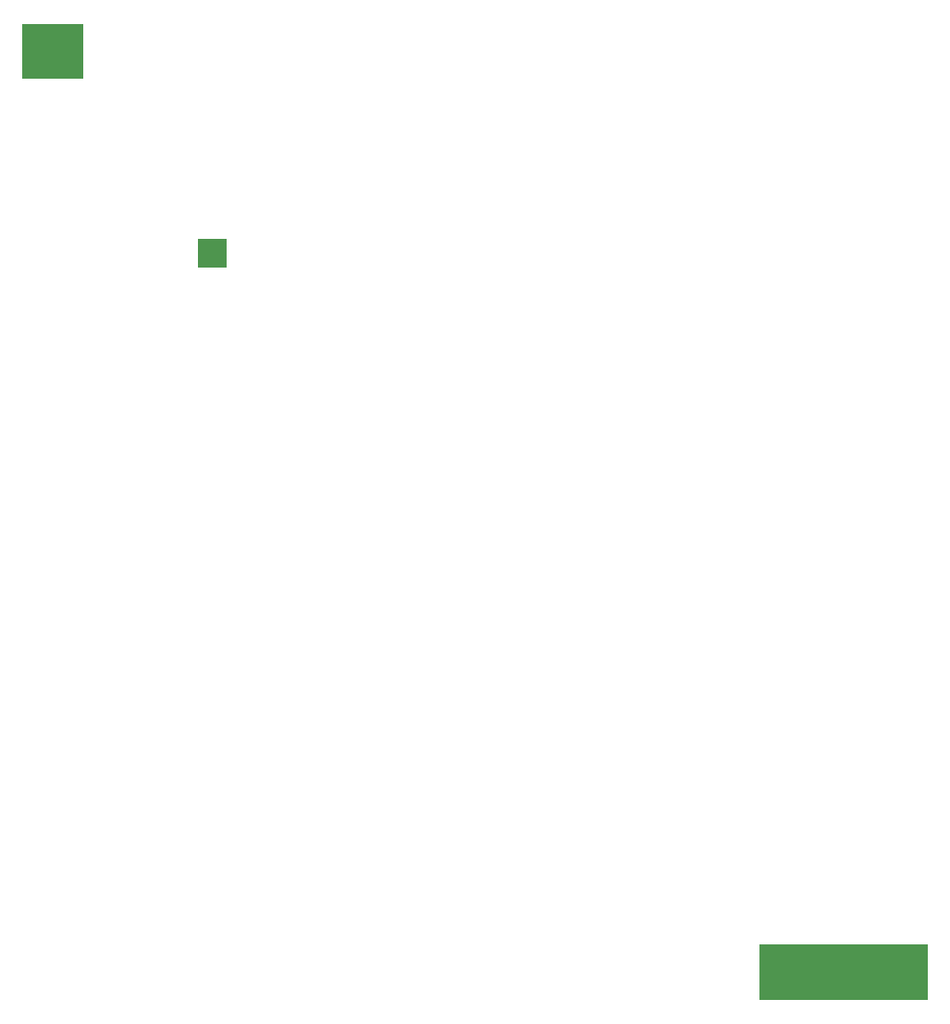
<source format=gko>
G04*
G04 #@! TF.GenerationSoftware,Altium Limited,Altium Designer,25.2.1 (25)*
G04*
G04 Layer_Color=16711935*
%FSLAX44Y44*%
%MOMM*%
G71*
G04*
G04 #@! TF.SameCoordinates,E3D469A8-3601-4E52-BDEA-DD632D880B34*
G04*
G04*
G04 #@! TF.FilePolarity,Positive*
G04*
G01*
G75*
G36*
X1021880Y490730D02*
X867880D01*
Y541230D01*
X1021880D01*
Y490730D01*
D02*
G37*
G36*
X380530Y1160480D02*
X353530D01*
Y1186480D01*
X380530D01*
Y1160480D01*
D02*
G37*
G36*
X248539Y1382649D02*
Y1332611D01*
X193421D01*
Y1382649D01*
X248539D01*
D02*
G37*
M02*

</source>
